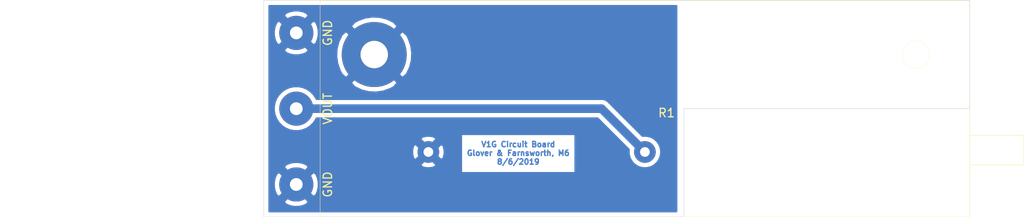
<source format=kicad_pcb>
(kicad_pcb (version 20171130) (host pcbnew "(5.1.2)-2")

  (general
    (thickness 1.6)
    (drawings 7)
    (tracks 2)
    (zones 0)
    (modules 4)
    (nets 3)
  )

  (page A4)
  (layers
    (0 F.Cu signal)
    (31 B.Cu signal)
    (32 B.Adhes user)
    (33 F.Adhes user)
    (34 B.Paste user)
    (35 F.Paste user)
    (36 B.SilkS user)
    (37 F.SilkS user)
    (38 B.Mask user)
    (39 F.Mask user)
    (40 Dwgs.User user)
    (41 Cmts.User user)
    (42 Eco1.User user)
    (43 Eco2.User user)
    (44 Edge.Cuts user)
    (45 Margin user)
    (46 B.CrtYd user)
    (47 F.CrtYd user)
    (48 B.Fab user)
    (49 F.Fab user)
  )

  (setup
    (last_trace_width 1.016)
    (user_trace_width 1.016)
    (trace_clearance 0.2)
    (zone_clearance 0.508)
    (zone_45_only no)
    (trace_min 0.2)
    (via_size 0.8)
    (via_drill 0.4)
    (via_min_size 0.4)
    (via_min_drill 0.3)
    (user_via 2.54 1.27)
    (uvia_size 0.3)
    (uvia_drill 0.1)
    (uvias_allowed no)
    (uvia_min_size 0.2)
    (uvia_min_drill 0.1)
    (edge_width 0.05)
    (segment_width 0.2)
    (pcb_text_width 0.3)
    (pcb_text_size 1.5 1.5)
    (mod_edge_width 0.12)
    (mod_text_size 1 1)
    (mod_text_width 0.15)
    (pad_size 4.0005 4.0005)
    (pad_drill 1.50114)
    (pad_to_mask_clearance 0.051)
    (solder_mask_min_width 0.25)
    (aux_axis_origin 0 0)
    (visible_elements FFFFEF7F)
    (pcbplotparams
      (layerselection 0x01000_ffffffff)
      (usegerberextensions false)
      (usegerberattributes false)
      (usegerberadvancedattributes false)
      (creategerberjobfile false)
      (excludeedgelayer true)
      (linewidth 0.100000)
      (plotframeref false)
      (viasonmask false)
      (mode 1)
      (useauxorigin false)
      (hpglpennumber 1)
      (hpglpenspeed 20)
      (hpglpendiameter 15.000000)
      (psnegative false)
      (psa4output false)
      (plotreference true)
      (plotvalue true)
      (plotinvisibletext false)
      (padsonsilk false)
      (subtractmaskfromsilk false)
      (outputformat 1)
      (mirror false)
      (drillshape 0)
      (scaleselection 1)
      (outputdirectory "Gerbers/"))
  )

  (net 0 "")
  (net 1 VOUT)
  (net 2 GNDREF)

  (net_class Default "This is the default net class."
    (clearance 0.2)
    (trace_width 0.25)
    (via_dia 0.8)
    (via_drill 0.4)
    (uvia_dia 0.3)
    (uvia_drill 0.1)
    (add_net GNDREF)
    (add_net VOUT)
  )

  (module BriansVmonBox:V1G (layer F.Cu) (tedit 5D49FA86) (tstamp 5D4D34A0)
    (at 83.566 49.022)
    (path /5D7CFE38)
    (fp_text reference R1 (at 0 0.5) (layer F.SilkS)
      (effects (font (size 1 1) (thickness 0.15)))
    )
    (fp_text value HV_Divider (at -1.016 -3.048) (layer F.Fab)
      (effects (font (size 1 1) (thickness 0.15)))
    )
    (fp_line (start -40.639999 -12.7) (end 35.559999 -12.7) (layer F.SilkS) (width 0.0508))
    (fp_line (start 35.559999 12.7) (end -40.639999 12.7) (layer F.SilkS) (width 0.0508))
    (fp_circle (center -34.29 -6.35) (end -32.7025 -6.35) (layer F.SilkS) (width 0.0508))
    (fp_line (start 35.559999 -12.7) (end 35.559999 12.7) (layer F.SilkS) (width 0.0508))
    (fp_line (start 41.909999 3.1369) (end 35.559999 3.1369) (layer F.SilkS) (width 0.0508))
    (fp_line (start 35.559999 6.604) (end 41.909999 6.604) (layer F.SilkS) (width 0.0508))
    (fp_circle (center -27.94 5.08) (end -27.368499 5.08) (layer Dwgs.User) (width 0.0508))
    (fp_circle (center -2.54 5.08) (end -1.968501 5.08) (layer Dwgs.User) (width 0.0508))
    (fp_line (start -40.639999 12.7) (end -40.639999 -12.7) (layer F.SilkS) (width 0.0508))
    (fp_line (start 41.909999 3.1369) (end 41.909999 6.604) (layer F.SilkS) (width 0.0508))
    (fp_circle (center 29.21 -6.35) (end 30.7975 -6.35) (layer F.SilkS) (width 0.0508))
    (pad "" np_thru_hole circle (at 29.21 -6.35) (size 3.175 3.175) (drill 3.175) (layers *.Cu *.Mask))
    (pad gnd thru_hole circle (at -34.29 -6.35) (size 7.62 7.62) (drill 3.175) (layers *.Cu *.Mask)
      (net 2 GNDREF))
    (pad vout thru_hole circle (at -2.54 5.08) (size 2.54 2.54) (drill 1.143) (layers *.Cu *.Mask)
      (net 1 VOUT))
    (pad gnd thru_hole circle (at -27.94 5.08) (size 2.54 2.54) (drill 1.143) (layers *.Cu *.Mask)
      (net 2 GNDREF))
    (model "${SOLIDWORKS}/Brian_Glover/Firesets/Brian Parts/Brian Parts/V1G Voltage Divider 1000-1.STEP"
      (offset (xyz -2.4638 -0 12.7))
      (scale (xyz 1 1 1))
      (rotate (xyz 90 0 0))
    )
  )

  (module Connector_Wire:SolderWirePad_1x01_Drill1.5mm (layer F.Cu) (tedit 5D49FA0B) (tstamp 5D4D306C)
    (at 40.132 40.132)
    (descr "Wire solder connection")
    (tags connector)
    (attr virtual)
    (fp_text reference GND (at 3.683 0 90) (layer F.SilkS)
      (effects (font (size 1 1) (thickness 0.15)))
    )
    (fp_text value SolderWirePad_1x01_Drill1.5mm (at -17.145 3.937) (layer F.Fab)
      (effects (font (size 1 1) (thickness 0.15)))
    )
    (fp_text user GND (at -21.59 -1.27 90) (layer F.Fab)
      (effects (font (size 1 1) (thickness 0.15)))
    )
    (fp_line (start -2.5 -2.5) (end 2.5 -2.5) (layer F.CrtYd) (width 0.05))
    (fp_line (start -2.5 -2.5) (end -2.5 2.5) (layer F.CrtYd) (width 0.05))
    (fp_line (start 2.5 2.5) (end 2.5 -2.5) (layer F.CrtYd) (width 0.05))
    (fp_line (start 2.5 2.5) (end -2.5 2.5) (layer F.CrtYd) (width 0.05))
    (pad 1 thru_hole circle (at 0 0) (size 4.0005 4.0005) (drill 1.50114) (layers *.Cu *.Mask)
      (net 2 GNDREF))
  )

  (module Connector_Wire:SolderWirePad_1x01_Drill1.5mm (layer F.Cu) (tedit 5D49FA01) (tstamp 5D4D3030)
    (at 40.132 57.912)
    (descr "Wire solder connection")
    (tags connector)
    (attr virtual)
    (fp_text reference GND (at 3.683 0 90) (layer F.SilkS)
      (effects (font (size 1 1) (thickness 0.15)))
    )
    (fp_text value SolderWirePad_1x01_Drill1.5mm (at -22.606 -6.731) (layer F.Fab)
      (effects (font (size 1 1) (thickness 0.15)))
    )
    (fp_text user %R (at 0 0) (layer F.Fab)
      (effects (font (size 1 1) (thickness 0.15)))
    )
    (fp_line (start -2.5 -2.5) (end 2.5 -2.5) (layer F.CrtYd) (width 0.05))
    (fp_line (start -2.5 -2.5) (end -2.5 2.5) (layer F.CrtYd) (width 0.05))
    (fp_line (start 2.5 2.5) (end 2.5 -2.5) (layer F.CrtYd) (width 0.05))
    (fp_line (start 2.5 2.5) (end -2.5 2.5) (layer F.CrtYd) (width 0.05))
    (pad 1 thru_hole circle (at 0 0) (size 4.0005 4.0005) (drill 1.50114) (layers *.Cu *.Mask)
      (net 2 GNDREF))
  )

  (module Connector_Wire:SolderWirePad_1x01_Drill1.5mm (layer F.Cu) (tedit 5D49F9C2) (tstamp 5D4D2FFD)
    (at 40.132 49.022)
    (descr "Wire solder connection")
    (tags connector)
    (attr virtual)
    (fp_text reference VOUT (at 3.683 0 90) (layer F.SilkS)
      (effects (font (size 1 1) (thickness 0.15)))
    )
    (fp_text value SolderWirePad_1x01_Drill1.5mm (at -19.304 -1.27) (layer F.Fab)
      (effects (font (size 1 1) (thickness 0.15)))
    )
    (fp_line (start 2.5 2.5) (end -2.5 2.5) (layer F.CrtYd) (width 0.05))
    (fp_line (start 2.5 2.5) (end 2.5 -2.5) (layer F.CrtYd) (width 0.05))
    (fp_line (start -2.5 -2.5) (end -2.5 2.5) (layer F.CrtYd) (width 0.05))
    (fp_line (start -2.5 -2.5) (end 2.5 -2.5) (layer F.CrtYd) (width 0.05))
    (fp_text user VOUT (at -19.177 8.255 90) (layer F.Fab)
      (effects (font (size 1 1) (thickness 0.15)))
    )
    (pad 1 thru_hole circle (at 0 0) (size 4.0005 4.0005) (drill 1.50114) (layers *.Cu *.Mask)
      (net 1 VOUT))
  )

  (gr_text "V1G Circuit Board\nGlover & Farnsworth, M6\n8/6/2019" (at 66.167 54.229) (layer B.Cu)
    (effects (font (size 0.635 0.635) (thickness 0.1524)))
  )
  (gr_line (start 36.322 61.722) (end 36.322 36.322) (layer Edge.Cuts) (width 0.05) (tstamp 5D4D2DFD))
  (gr_line (start 85.598 61.722) (end 36.322 61.722) (layer Edge.Cuts) (width 0.05))
  (gr_line (start 85.598 49.022) (end 85.598 61.722) (layer Edge.Cuts) (width 0.05))
  (gr_line (start 119.126 49.022) (end 85.598 49.022) (layer Edge.Cuts) (width 0.05))
  (gr_line (start 119.126 36.322) (end 119.126 49.022) (layer Edge.Cuts) (width 0.05))
  (gr_line (start 36.322 36.322) (end 119.126 36.322) (layer Edge.Cuts) (width 0.05))

  (segment (start 75.946 49.022) (end 81.026 54.102) (width 1.016) (layer B.Cu) (net 1))
  (segment (start 40.132 49.022) (end 75.946 49.022) (width 1.016) (layer B.Cu) (net 1))

  (zone (net 2) (net_name GNDREF) (layer B.Cu) (tstamp 5D4D32C0) (hatch edge 0.508)
    (connect_pads (clearance 0.508))
    (min_thickness 0.254)
    (fill yes (arc_segments 32) (thermal_gap 0.508) (thermal_bridge_width 1.016))
    (polygon
      (pts
        (xy 36.322 36.273793) (xy 84.836 36.273793) (xy 84.836 61.673793) (xy 36.322 61.673793)
      )
    )
    (filled_polygon
      (pts
        (xy 84.709 61.062) (xy 36.982 61.062) (xy 36.982 59.920835) (xy 38.661981 59.920835) (xy 38.899975 60.255933)
        (xy 39.380927 60.451252) (xy 39.890742 60.548988) (xy 40.409829 60.545386) (xy 40.918239 60.440584) (xy 41.364025 60.255933)
        (xy 41.602019 59.920835) (xy 40.132 58.450815) (xy 38.661981 59.920835) (xy 36.982 59.920835) (xy 36.982 57.670742)
        (xy 37.495012 57.670742) (xy 37.498614 58.189829) (xy 37.603416 58.698239) (xy 37.788067 59.144025) (xy 38.123165 59.382019)
        (xy 39.593185 57.912) (xy 40.670815 57.912) (xy 42.140835 59.382019) (xy 42.475933 59.144025) (xy 42.671252 58.663073)
        (xy 42.768988 58.153258) (xy 42.765386 57.634171) (xy 42.660584 57.125761) (xy 42.475933 56.679975) (xy 42.140835 56.441981)
        (xy 40.670815 57.912) (xy 39.593185 57.912) (xy 38.123165 56.441981) (xy 37.788067 56.679975) (xy 37.592748 57.160927)
        (xy 37.495012 57.670742) (xy 36.982 57.670742) (xy 36.982 55.903165) (xy 38.661981 55.903165) (xy 40.132 57.373185)
        (xy 41.602019 55.903165) (xy 41.374718 55.583122) (xy 54.683693 55.583122) (xy 54.831599 55.843595) (xy 55.186631 55.96511)
        (xy 55.558548 56.015028) (xy 55.933057 55.991429) (xy 56.295766 55.89522) (xy 56.420401 55.843595) (xy 56.568307 55.583122)
        (xy 55.626 54.640815) (xy 54.683693 55.583122) (xy 41.374718 55.583122) (xy 41.364025 55.568067) (xy 40.883073 55.372748)
        (xy 40.373258 55.275012) (xy 39.854171 55.278614) (xy 39.345761 55.383416) (xy 38.899975 55.568067) (xy 38.661981 55.903165)
        (xy 36.982 55.903165) (xy 36.982 54.034548) (xy 53.712972 54.034548) (xy 53.736571 54.409057) (xy 53.83278 54.771766)
        (xy 53.884405 54.896401) (xy 54.144878 55.044307) (xy 55.087185 54.102) (xy 56.164815 54.102) (xy 57.107122 55.044307)
        (xy 57.367595 54.896401) (xy 57.48911 54.541369) (xy 57.539028 54.169452) (xy 57.515429 53.794943) (xy 57.41922 53.432234)
        (xy 57.367595 53.307599) (xy 57.107122 53.159693) (xy 56.164815 54.102) (xy 55.087185 54.102) (xy 54.144878 53.159693)
        (xy 53.884405 53.307599) (xy 53.76289 53.662631) (xy 53.712972 54.034548) (xy 36.982 54.034548) (xy 36.982 52.620878)
        (xy 54.683693 52.620878) (xy 55.626 53.563185) (xy 56.568307 52.620878) (xy 56.420401 52.360405) (xy 56.065369 52.23889)
        (xy 55.693452 52.188972) (xy 55.318943 52.212571) (xy 54.956234 52.30878) (xy 54.831599 52.360405) (xy 54.683693 52.620878)
        (xy 36.982 52.620878) (xy 36.982 51.9938) (xy 59.453538 51.9938) (xy 59.453538 56.5785) (xy 72.880462 56.5785)
        (xy 72.880462 51.9938) (xy 59.453538 51.9938) (xy 36.982 51.9938) (xy 36.982 48.762451) (xy 37.49675 48.762451)
        (xy 37.49675 49.281549) (xy 37.598021 49.790674) (xy 37.796672 50.270259) (xy 38.085068 50.701874) (xy 38.452126 51.068932)
        (xy 38.883741 51.357328) (xy 39.363326 51.555979) (xy 39.872451 51.65725) (xy 40.391549 51.65725) (xy 40.900674 51.555979)
        (xy 41.380259 51.357328) (xy 41.811874 51.068932) (xy 42.178932 50.701874) (xy 42.467328 50.270259) (xy 42.510928 50.165)
        (xy 75.472555 50.165) (xy 79.137745 53.830191) (xy 79.121 53.914374) (xy 79.121 54.289626) (xy 79.194209 54.657668)
        (xy 79.337811 55.004356) (xy 79.54629 55.316366) (xy 79.811634 55.58171) (xy 80.123644 55.790189) (xy 80.470332 55.933791)
        (xy 80.838374 56.007) (xy 81.213626 56.007) (xy 81.581668 55.933791) (xy 81.928356 55.790189) (xy 82.240366 55.58171)
        (xy 82.50571 55.316366) (xy 82.714189 55.004356) (xy 82.857791 54.657668) (xy 82.931 54.289626) (xy 82.931 53.914374)
        (xy 82.857791 53.546332) (xy 82.714189 53.199644) (xy 82.50571 52.887634) (xy 82.240366 52.62229) (xy 81.928356 52.413811)
        (xy 81.581668 52.270209) (xy 81.213626 52.197) (xy 80.838374 52.197) (xy 80.754191 52.213745) (xy 76.793927 48.253482)
        (xy 76.758133 48.209867) (xy 76.584089 48.067032) (xy 76.385523 47.960897) (xy 76.170067 47.895539) (xy 76.002146 47.879)
        (xy 76.002139 47.879) (xy 75.946 47.873471) (xy 75.889861 47.879) (xy 42.510928 47.879) (xy 42.467328 47.773741)
        (xy 42.178932 47.342126) (xy 41.811874 46.975068) (xy 41.380259 46.686672) (xy 40.900674 46.488021) (xy 40.391549 46.38675)
        (xy 39.872451 46.38675) (xy 39.363326 46.488021) (xy 38.883741 46.686672) (xy 38.452126 46.975068) (xy 38.085068 47.342126)
        (xy 37.796672 47.773741) (xy 37.598021 48.253326) (xy 37.49675 48.762451) (xy 36.982 48.762451) (xy 36.982 45.975514)
        (xy 46.511301 45.975514) (xy 46.968457 46.496256) (xy 47.758871 46.872952) (xy 48.607588 47.08821) (xy 49.481991 47.133754)
        (xy 50.348477 47.007836) (xy 51.173749 46.715294) (xy 51.583543 46.496256) (xy 52.040699 45.975514) (xy 49.276 43.210815)
        (xy 46.511301 45.975514) (xy 36.982 45.975514) (xy 36.982 42.877991) (xy 44.814246 42.877991) (xy 44.940164 43.744477)
        (xy 45.232706 44.569749) (xy 45.451744 44.979543) (xy 45.972486 45.436699) (xy 48.737185 42.672) (xy 49.814815 42.672)
        (xy 52.579514 45.436699) (xy 53.100256 44.979543) (xy 53.476952 44.189129) (xy 53.69221 43.340412) (xy 53.737754 42.466009)
        (xy 53.611836 41.599523) (xy 53.319294 40.774251) (xy 53.100256 40.364457) (xy 52.579514 39.907301) (xy 49.814815 42.672)
        (xy 48.737185 42.672) (xy 45.972486 39.907301) (xy 45.451744 40.364457) (xy 45.075048 41.154871) (xy 44.85979 42.003588)
        (xy 44.814246 42.877991) (xy 36.982 42.877991) (xy 36.982 42.140835) (xy 38.661981 42.140835) (xy 38.899975 42.475933)
        (xy 39.380927 42.671252) (xy 39.890742 42.768988) (xy 40.409829 42.765386) (xy 40.918239 42.660584) (xy 41.364025 42.475933)
        (xy 41.602019 42.140835) (xy 40.132 40.670815) (xy 38.661981 42.140835) (xy 36.982 42.140835) (xy 36.982 39.890742)
        (xy 37.495012 39.890742) (xy 37.498614 40.409829) (xy 37.603416 40.918239) (xy 37.788067 41.364025) (xy 38.123165 41.602019)
        (xy 39.593185 40.132) (xy 40.670815 40.132) (xy 42.140835 41.602019) (xy 42.475933 41.364025) (xy 42.671252 40.883073)
        (xy 42.768988 40.373258) (xy 42.765386 39.854171) (xy 42.665269 39.368486) (xy 46.511301 39.368486) (xy 49.276 42.133185)
        (xy 52.040699 39.368486) (xy 51.583543 38.847744) (xy 50.793129 38.471048) (xy 49.944412 38.25579) (xy 49.070009 38.210246)
        (xy 48.203523 38.336164) (xy 47.378251 38.628706) (xy 46.968457 38.847744) (xy 46.511301 39.368486) (xy 42.665269 39.368486)
        (xy 42.660584 39.345761) (xy 42.475933 38.899975) (xy 42.140835 38.661981) (xy 40.670815 40.132) (xy 39.593185 40.132)
        (xy 38.123165 38.661981) (xy 37.788067 38.899975) (xy 37.592748 39.380927) (xy 37.495012 39.890742) (xy 36.982 39.890742)
        (xy 36.982 38.123165) (xy 38.661981 38.123165) (xy 40.132 39.593185) (xy 41.602019 38.123165) (xy 41.364025 37.788067)
        (xy 40.883073 37.592748) (xy 40.373258 37.495012) (xy 39.854171 37.498614) (xy 39.345761 37.603416) (xy 38.899975 37.788067)
        (xy 38.661981 38.123165) (xy 36.982 38.123165) (xy 36.982 36.982) (xy 84.709 36.982)
      )
    )
  )
)

</source>
